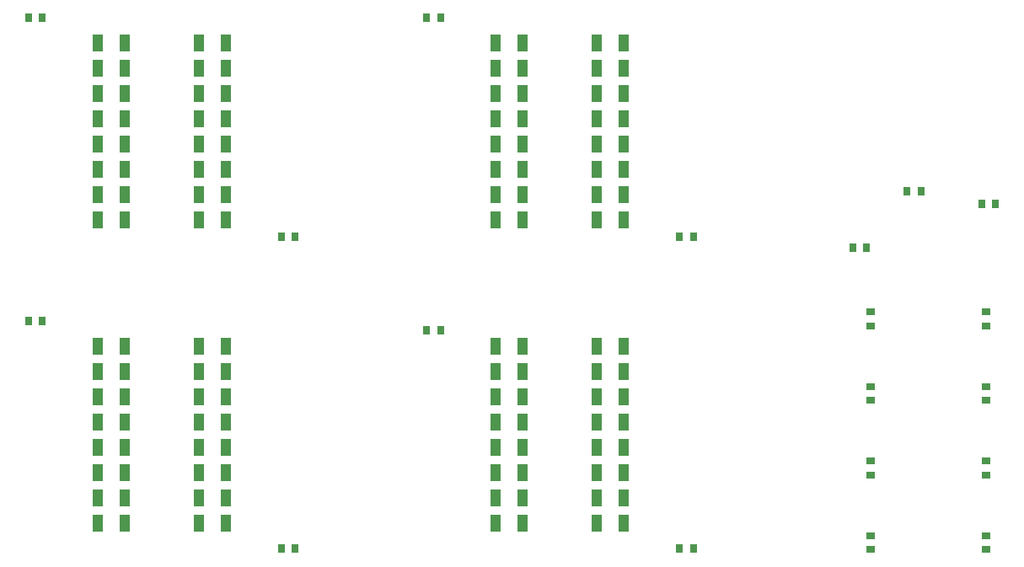
<source format=gbp>
%FSAX43Y43*%
%MOMM*%
G71*
G01*
G75*
G04 Layer_Color=128*
%ADD10R,2.540X1.016*%
%ADD11R,2.300X2.300*%
%ADD12R,0.800X0.900*%
%ADD13R,0.800X0.350*%
%ADD14R,0.450X2.200*%
%ADD15R,3.100X2.400*%
%ADD16R,0.900X0.800*%
%ADD17R,1.000X1.300*%
%ADD18R,3.683X3.048*%
%ADD19C,0.381*%
%ADD20C,0.254*%
%ADD21C,0.889*%
%ADD22C,0.762*%
%ADD23C,0.508*%
%ADD24C,1.016*%
%ADD25C,1.270*%
%ADD26R,4.318X2.921*%
%ADD27R,4.699X3.810*%
%ADD28R,1.270X1.270*%
%ADD29R,1.172X0.820*%
%ADD30R,1.016X1.016*%
%ADD31R,1.143X1.074*%
%ADD32R,1.001X1.074*%
%ADD33R,1.143X1.074*%
%ADD34R,3.302X2.159*%
%ADD35R,3.937X2.540*%
%ADD36R,2.032X2.032*%
%ADD37R,2.024X2.159*%
%ADD38R,2.032X2.159*%
%ADD39R,2.257X2.180*%
%ADD40R,2.794X2.794*%
%ADD41R,10.287X1.778*%
%ADD42R,10.287X1.651*%
%ADD43R,0.635X0.762*%
%ADD44R,2.591X1.778*%
%ADD45R,1.575X1.397*%
%ADD46R,2.540X1.016*%
%ADD47R,1.473X29.972*%
%ADD48R,2.540X1.778*%
%ADD49R,1.524X1.397*%
%ADD50R,1.397X29.972*%
%ADD51R,7.112X2.413*%
%ADD52R,2.794X6.731*%
%ADD53R,1.016X6.731*%
%ADD54C,0.508*%
%ADD55C,1.524*%
%ADD56C,1.016*%
%ADD57R,1.500X1.500*%
%ADD58C,1.500*%
%ADD59R,1.500X1.500*%
%ADD60C,4.000*%
%ADD61R,1.524X1.524*%
%ADD62R,2.000X2.000*%
%ADD63C,2.000*%
%ADD64C,1.600*%
%ADD65C,1.778*%
%ADD66R,1.100X1.700*%
%ADD67R,2.413X3.048*%
%ADD68R,2.413X2.540*%
%ADD69R,1.898X2.032*%
%ADD70R,1.397X1.397*%
%ADD71R,2.286X2.286*%
%ADD72R,1.898X2.024*%
%ADD73R,1.898X2.041*%
%ADD74R,1.898X2.215*%
%ADD75C,0.250*%
%ADD76C,0.127*%
%ADD77C,0.200*%
%ADD78C,0.100*%
%ADD79R,2.743X1.219*%
%ADD80R,2.503X2.503*%
%ADD81R,1.003X1.103*%
%ADD82R,1.003X0.553*%
%ADD83R,0.653X2.403*%
%ADD84R,3.303X2.603*%
%ADD85R,1.103X1.003*%
%ADD86R,1.203X1.503*%
%ADD87R,3.886X3.251*%
%ADD88C,0.711*%
%ADD89C,1.727*%
%ADD90C,1.219*%
%ADD91R,1.703X1.703*%
%ADD92C,1.703*%
%ADD93R,1.703X1.703*%
%ADD94C,4.203*%
%ADD95R,2.203X2.203*%
%ADD96C,2.203*%
%ADD97C,1.803*%
%ADD98C,1.981*%
%ADD99R,1.303X1.903*%
D12*
X0104710Y0093853D02*
D03*
X0106110D02*
D03*
X0104710Y0062484D02*
D03*
X0106110D02*
D03*
X0064705D02*
D03*
X0066105D02*
D03*
X0080710Y0084455D02*
D03*
X0079310D02*
D03*
X0040705Y0115824D02*
D03*
X0039305D02*
D03*
X0064705Y0093853D02*
D03*
X0066105D02*
D03*
X0080710Y0115824D02*
D03*
X0079310D02*
D03*
X0040705Y0085344D02*
D03*
X0039305D02*
D03*
X0136463Y0097155D02*
D03*
X0135063D02*
D03*
X0128970Y0098425D02*
D03*
X0127570D02*
D03*
X0122109Y0092710D02*
D03*
X0123509D02*
D03*
D16*
X0123876Y0084898D02*
D03*
Y0086298D02*
D03*
Y0077405D02*
D03*
Y0078805D02*
D03*
Y0069912D02*
D03*
Y0071312D02*
D03*
Y0062419D02*
D03*
Y0063819D02*
D03*
X0135509Y0084898D02*
D03*
Y0086298D02*
D03*
Y0077405D02*
D03*
Y0078805D02*
D03*
Y0069912D02*
D03*
Y0071312D02*
D03*
Y0062419D02*
D03*
Y0063819D02*
D03*
D66*
X0096440Y0110744D02*
D03*
X0099140D02*
D03*
X0096440Y0105664D02*
D03*
X0099140D02*
D03*
X0096440Y0100584D02*
D03*
X0099140D02*
D03*
X0096440Y0095504D02*
D03*
X0099140D02*
D03*
X0088980Y0098044D02*
D03*
X0086280D02*
D03*
X0088980Y0103124D02*
D03*
X0086280D02*
D03*
X0088980Y0108204D02*
D03*
X0086280D02*
D03*
X0088980Y0113284D02*
D03*
X0086280D02*
D03*
X0048975Y0103124D02*
D03*
X0046275D02*
D03*
X0048975Y0095504D02*
D03*
X0046275D02*
D03*
X0048975Y0108204D02*
D03*
X0046275D02*
D03*
X0048975Y0113284D02*
D03*
X0046275D02*
D03*
X0056435Y0095504D02*
D03*
X0059135D02*
D03*
X0056435Y0100584D02*
D03*
X0059135D02*
D03*
X0056435Y0105664D02*
D03*
X0059135D02*
D03*
X0056435Y0110744D02*
D03*
X0059135D02*
D03*
X0096440Y0080264D02*
D03*
X0099140D02*
D03*
X0096440Y0075184D02*
D03*
X0099140D02*
D03*
X0096440Y0070104D02*
D03*
X0099140D02*
D03*
X0096440Y0065024D02*
D03*
X0099140D02*
D03*
X0088980Y0067564D02*
D03*
X0086280D02*
D03*
X0088980Y0072644D02*
D03*
X0086280D02*
D03*
X0088980Y0077724D02*
D03*
X0086280D02*
D03*
X0088980Y0082804D02*
D03*
X0086280D02*
D03*
X0048975D02*
D03*
X0046275D02*
D03*
X0048975Y0077724D02*
D03*
X0046275D02*
D03*
X0048975Y0072644D02*
D03*
X0046275D02*
D03*
X0048975Y0067564D02*
D03*
X0046275D02*
D03*
X0056435Y0065024D02*
D03*
X0059135D02*
D03*
X0056435Y0070104D02*
D03*
X0059135D02*
D03*
X0056435Y0075184D02*
D03*
X0059135D02*
D03*
X0056435Y0080264D02*
D03*
X0059135D02*
D03*
X0088980Y0065024D02*
D03*
X0086280D02*
D03*
X0048975Y0080264D02*
D03*
X0046275D02*
D03*
X0048975Y0075184D02*
D03*
X0046275D02*
D03*
X0056435Y0072644D02*
D03*
X0059135D02*
D03*
X0048975Y0070104D02*
D03*
X0046275D02*
D03*
X0048975Y0065024D02*
D03*
X0046275D02*
D03*
X0056435Y0067564D02*
D03*
X0059135D02*
D03*
X0056435Y0077724D02*
D03*
X0059135D02*
D03*
X0056435Y0082804D02*
D03*
X0059135D02*
D03*
X0096440Y0067564D02*
D03*
X0099140D02*
D03*
X0048975Y0110744D02*
D03*
X0046275D02*
D03*
X0088980D02*
D03*
X0086280D02*
D03*
X0096440Y0108204D02*
D03*
X0099140D02*
D03*
X0056435D02*
D03*
X0059135D02*
D03*
X0096440Y0077724D02*
D03*
X0099140D02*
D03*
X0096440Y0103124D02*
D03*
X0099140D02*
D03*
X0096440Y0113284D02*
D03*
X0099140D02*
D03*
X0096440Y0072644D02*
D03*
X0099140D02*
D03*
X0056435Y0103124D02*
D03*
X0059135D02*
D03*
X0096440Y0082804D02*
D03*
X0099140D02*
D03*
X0056435Y0113284D02*
D03*
X0059135D02*
D03*
X0056435Y0098044D02*
D03*
X0059135D02*
D03*
X0096440D02*
D03*
X0099140D02*
D03*
X0088980Y0095504D02*
D03*
X0086280D02*
D03*
X0048975Y0098044D02*
D03*
X0046275D02*
D03*
X0088980Y0100584D02*
D03*
X0086280D02*
D03*
X0048975D02*
D03*
X0046275D02*
D03*
X0088980Y0070104D02*
D03*
X0086280D02*
D03*
X0088980Y0105664D02*
D03*
X0086280D02*
D03*
X0048975D02*
D03*
X0046275D02*
D03*
X0088980Y0075184D02*
D03*
X0086280D02*
D03*
X0088980Y0080264D02*
D03*
X0086280D02*
D03*
M02*

</source>
